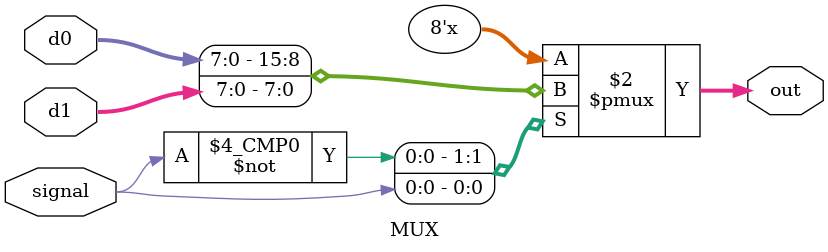
<source format=v>
`timescale 1ns / 1ps
 
module MUX #(parameter WIDTH = 8)(
	input wire[WIDTH-1:0] d0,d1,
	input wire signal,
	output reg[WIDTH-1:0] out
    );
	
	always @(*) begin
	   case(signal)
	       1'b0: out = d0;
	       1'b1: out = d1;
       endcase
	end

endmodule

</source>
